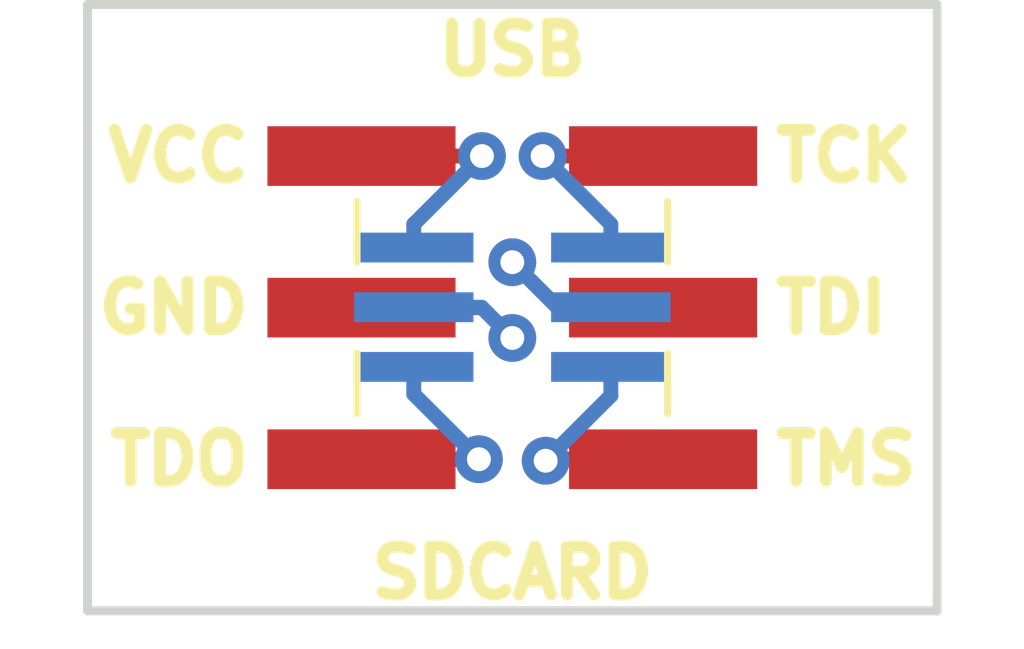
<source format=kicad_pcb>
(kicad_pcb (version 20171130) (host pcbnew 5.0.2-bee76a0~70~ubuntu18.04.1)

  (general
    (thickness 1.6)
    (drawings 12)
    (tracks 28)
    (zones 0)
    (modules 2)
    (nets 7)
  )

  (page A4)
  (layers
    (0 F.Cu signal)
    (31 B.Cu signal)
    (32 B.Adhes user)
    (33 F.Adhes user)
    (34 B.Paste user)
    (35 F.Paste user)
    (36 B.SilkS user)
    (37 F.SilkS user)
    (38 B.Mask user)
    (39 F.Mask user)
    (40 Dwgs.User user)
    (41 Cmts.User user)
    (42 Eco1.User user)
    (43 Eco2.User user)
    (44 Edge.Cuts user)
    (45 Margin user)
    (46 B.CrtYd user)
    (47 F.CrtYd user)
    (48 B.Fab user)
    (49 F.Fab user)
  )

  (setup
    (last_trace_width 0.25)
    (trace_clearance 0.2)
    (zone_clearance 0.508)
    (zone_45_only no)
    (trace_min 0.2)
    (segment_width 0.2)
    (edge_width 0.15)
    (via_size 0.8)
    (via_drill 0.4)
    (via_min_size 0.4)
    (via_min_drill 0.3)
    (uvia_size 0.3)
    (uvia_drill 0.1)
    (uvias_allowed no)
    (uvia_min_size 0.2)
    (uvia_min_drill 0.1)
    (pcb_text_width 0.3)
    (pcb_text_size 1.5 1.5)
    (mod_edge_width 0.15)
    (mod_text_size 1 1)
    (mod_text_width 0.15)
    (pad_size 1.524 1.524)
    (pad_drill 0.762)
    (pad_to_mask_clearance 0.051)
    (solder_mask_min_width 0.25)
    (aux_axis_origin 0 0)
    (visible_elements FFFFFF7F)
    (pcbplotparams
      (layerselection 0x010fc_ffffffff)
      (usegerberextensions false)
      (usegerberattributes false)
      (usegerberadvancedattributes false)
      (creategerberjobfile false)
      (excludeedgelayer true)
      (linewidth 0.100000)
      (plotframeref false)
      (viasonmask false)
      (mode 1)
      (useauxorigin false)
      (hpglpennumber 1)
      (hpglpenspeed 20)
      (hpglpendiameter 15.000000)
      (psnegative false)
      (psa4output false)
      (plotreference true)
      (plotvalue true)
      (plotinvisibletext false)
      (padsonsilk false)
      (subtractmaskfromsilk false)
      (outputformat 1)
      (mirror false)
      (drillshape 1)
      (scaleselection 1)
      (outputdirectory ""))
  )

  (net 0 "")
  (net 1 VCC)
  (net 2 TCK)
  (net 3 GND)
  (net 4 TDI)
  (net 5 TDO)
  (net 6 TMS)

  (net_class Default "This is the default net class."
    (clearance 0.2)
    (trace_width 0.25)
    (via_dia 0.8)
    (via_drill 0.4)
    (uvia_dia 0.3)
    (uvia_drill 0.1)
    (add_net GND)
    (add_net TCK)
    (add_net TDI)
    (add_net TDO)
    (add_net TMS)
    (add_net VCC)
  )

  (module Connector_PinHeader_1.00mm:PinHeader_2x03_P1.00mm_Vertical_SMD (layer B.Cu) (tedit 5C590E0F) (tstamp 5C652F12)
    (at 176.022 84.575001)
    (descr "surface-mounted straight pin header, 2x03, 1.00mm pitch, double rows")
    (tags "Surface mounted pin header SMD 2x03 1.00mm double row")
    (path /5C58FCAC)
    (attr smd)
    (fp_text reference J1 (at 0 2.56) (layer B.SilkS) hide
      (effects (font (size 1 1) (thickness 0.15)) (justify mirror))
    )
    (fp_text value Conn_02x03_Odd_Even (at 0 -2.56) (layer B.Fab)
      (effects (font (size 1 1) (thickness 0.15)) (justify mirror))
    )
    (fp_line (start 1.15 -1.5) (end -1.15 -1.5) (layer B.Fab) (width 0.1))
    (fp_line (start -0.8 1.5) (end 1.15 1.5) (layer B.Fab) (width 0.1))
    (fp_line (start -1.15 -1.5) (end -1.15 1.15) (layer B.Fab) (width 0.1))
    (fp_line (start -1.15 1.15) (end -0.8 1.5) (layer B.Fab) (width 0.1))
    (fp_line (start 1.15 1.5) (end 1.15 -1.5) (layer B.Fab) (width 0.1))
    (fp_line (start -1.15 1.15) (end -2.4 1.15) (layer B.Fab) (width 0.1))
    (fp_line (start -2.4 1.15) (end -2.4 0.85) (layer B.Fab) (width 0.1))
    (fp_line (start -2.4 0.85) (end -1.15 0.85) (layer B.Fab) (width 0.1))
    (fp_line (start 1.15 1.15) (end 2.4 1.15) (layer B.Fab) (width 0.1))
    (fp_line (start 2.4 1.15) (end 2.4 0.85) (layer B.Fab) (width 0.1))
    (fp_line (start 2.4 0.85) (end 1.15 0.85) (layer B.Fab) (width 0.1))
    (fp_line (start -1.15 0.15) (end -2.4 0.15) (layer B.Fab) (width 0.1))
    (fp_line (start -2.4 0.15) (end -2.4 -0.15) (layer B.Fab) (width 0.1))
    (fp_line (start -2.4 -0.15) (end -1.15 -0.15) (layer B.Fab) (width 0.1))
    (fp_line (start 1.15 0.15) (end 2.4 0.15) (layer B.Fab) (width 0.1))
    (fp_line (start 2.4 0.15) (end 2.4 -0.15) (layer B.Fab) (width 0.1))
    (fp_line (start 2.4 -0.15) (end 1.15 -0.15) (layer B.Fab) (width 0.1))
    (fp_line (start -1.15 -0.85) (end -2.4 -0.85) (layer B.Fab) (width 0.1))
    (fp_line (start -2.4 -0.85) (end -2.4 -1.15) (layer B.Fab) (width 0.1))
    (fp_line (start -2.4 -1.15) (end -1.15 -1.15) (layer B.Fab) (width 0.1))
    (fp_line (start 1.15 -0.85) (end 2.4 -0.85) (layer B.Fab) (width 0.1))
    (fp_line (start 2.4 -0.85) (end 2.4 -1.15) (layer B.Fab) (width 0.1))
    (fp_line (start 2.4 -1.15) (end 1.15 -1.15) (layer B.Fab) (width 0.1))
    (fp_line (start -3.65 2) (end -3.65 -2) (layer B.CrtYd) (width 0.05))
    (fp_line (start -3.65 -2) (end 3.65 -2) (layer B.CrtYd) (width 0.05))
    (fp_line (start 3.65 -2) (end 3.65 2) (layer B.CrtYd) (width 0.05))
    (fp_line (start 3.65 2) (end -3.65 2) (layer B.CrtYd) (width 0.05))
    (fp_text user %R (at 0 0 -90) (layer B.Fab)
      (effects (font (size 1 1) (thickness 0.15)) (justify mirror))
    )
    (pad 1 smd rect (at -1.65 1) (size 2 0.5) (layers B.Cu B.Paste B.Mask)
      (net 5 TDO))
    (pad 2 smd rect (at 1.65 1) (size 2 0.5) (layers B.Cu B.Paste B.Mask)
      (net 6 TMS))
    (pad 3 smd rect (at -1.65 0) (size 2 0.5) (layers B.Cu B.Paste B.Mask)
      (net 3 GND))
    (pad 4 smd rect (at 1.65 0) (size 2 0.5) (layers B.Cu B.Paste B.Mask)
      (net 4 TDI))
    (pad 5 smd rect (at -1.65 -1) (size 2 0.5) (layers B.Cu B.Paste B.Mask)
      (net 1 VCC))
    (pad 6 smd rect (at 1.65 -1) (size 2 0.5) (layers B.Cu B.Paste B.Mask)
      (net 2 TCK))
    (model ${KISYS3DMOD}/Connector_PinHeader_1.00mm.3dshapes/PinHeader_2x03_P1.00mm_Vertical_SMD.wrl
      (at (xyz 0 0 0))
      (scale (xyz 1 1 1))
      (rotate (xyz 0 0 0))
    )
  )

  (module Connector_PinHeader_2.54mm:PinHeader_2x03_P2.54mm_Vertical_SMD (layer F.Cu) (tedit 5C590DF1) (tstamp 5C65376C)
    (at 176.022 84.582)
    (descr "surface-mounted straight pin header, 2x03, 2.54mm pitch, double rows")
    (tags "Surface mounted pin header SMD 2x03 2.54mm double row")
    (path /5C590C60)
    (attr smd)
    (fp_text reference J2 (at 0 -4.87) (layer F.SilkS) hide
      (effects (font (size 1 1) (thickness 0.15)))
    )
    (fp_text value Conn_02x03_Odd_Even (at 0 4.87) (layer F.Fab)
      (effects (font (size 1 1) (thickness 0.15)))
    )
    (fp_line (start 2.54 3.81) (end -2.54 3.81) (layer F.Fab) (width 0.1))
    (fp_line (start -1.59 -3.81) (end 2.54 -3.81) (layer F.Fab) (width 0.1))
    (fp_line (start -2.54 3.81) (end -2.54 -2.86) (layer F.Fab) (width 0.1))
    (fp_line (start -2.54 -2.86) (end -1.59 -3.81) (layer F.Fab) (width 0.1))
    (fp_line (start 2.54 -3.81) (end 2.54 3.81) (layer F.Fab) (width 0.1))
    (fp_line (start -2.54 -2.86) (end -3.6 -2.86) (layer F.Fab) (width 0.1))
    (fp_line (start -3.6 -2.86) (end -3.6 -2.22) (layer F.Fab) (width 0.1))
    (fp_line (start -3.6 -2.22) (end -2.54 -2.22) (layer F.Fab) (width 0.1))
    (fp_line (start 2.54 -2.86) (end 3.6 -2.86) (layer F.Fab) (width 0.1))
    (fp_line (start 3.6 -2.86) (end 3.6 -2.22) (layer F.Fab) (width 0.1))
    (fp_line (start 3.6 -2.22) (end 2.54 -2.22) (layer F.Fab) (width 0.1))
    (fp_line (start -2.54 -0.32) (end -3.6 -0.32) (layer F.Fab) (width 0.1))
    (fp_line (start -3.6 -0.32) (end -3.6 0.32) (layer F.Fab) (width 0.1))
    (fp_line (start -3.6 0.32) (end -2.54 0.32) (layer F.Fab) (width 0.1))
    (fp_line (start 2.54 -0.32) (end 3.6 -0.32) (layer F.Fab) (width 0.1))
    (fp_line (start 3.6 -0.32) (end 3.6 0.32) (layer F.Fab) (width 0.1))
    (fp_line (start 3.6 0.32) (end 2.54 0.32) (layer F.Fab) (width 0.1))
    (fp_line (start -2.54 2.22) (end -3.6 2.22) (layer F.Fab) (width 0.1))
    (fp_line (start -3.6 2.22) (end -3.6 2.86) (layer F.Fab) (width 0.1))
    (fp_line (start -3.6 2.86) (end -2.54 2.86) (layer F.Fab) (width 0.1))
    (fp_line (start 2.54 2.22) (end 3.6 2.22) (layer F.Fab) (width 0.1))
    (fp_line (start 3.6 2.22) (end 3.6 2.86) (layer F.Fab) (width 0.1))
    (fp_line (start 3.6 2.86) (end 2.54 2.86) (layer F.Fab) (width 0.1))
    (fp_line (start -2.6 -1.78) (end -2.6 -0.76) (layer F.SilkS) (width 0.12))
    (fp_line (start 2.6 -1.78) (end 2.6 -0.76) (layer F.SilkS) (width 0.12))
    (fp_line (start -2.6 0.76) (end -2.6 1.78) (layer F.SilkS) (width 0.12))
    (fp_line (start 2.6 0.76) (end 2.6 1.78) (layer F.SilkS) (width 0.12))
    (fp_line (start -5.9 -4.35) (end -5.9 4.35) (layer F.CrtYd) (width 0.05))
    (fp_line (start -5.9 4.35) (end 5.9 4.35) (layer F.CrtYd) (width 0.05))
    (fp_line (start 5.9 4.35) (end 5.9 -4.35) (layer F.CrtYd) (width 0.05))
    (fp_line (start 5.9 -4.35) (end -5.9 -4.35) (layer F.CrtYd) (width 0.05))
    (fp_text user %R (at 0 0 90) (layer F.Fab)
      (effects (font (size 1 1) (thickness 0.15)))
    )
    (pad 1 smd rect (at -2.525 -2.54) (size 3.15 1) (layers F.Cu F.Paste F.Mask)
      (net 1 VCC))
    (pad 2 smd rect (at 2.525 -2.54) (size 3.15 1) (layers F.Cu F.Paste F.Mask)
      (net 2 TCK))
    (pad 3 smd rect (at -2.525 0) (size 3.15 1) (layers F.Cu F.Paste F.Mask)
      (net 3 GND))
    (pad 4 smd rect (at 2.525 0) (size 3.15 1) (layers F.Cu F.Paste F.Mask)
      (net 4 TDI))
    (pad 5 smd rect (at -2.525 2.54) (size 3.15 1) (layers F.Cu F.Paste F.Mask)
      (net 5 TDO))
    (pad 6 smd rect (at 2.525 2.54) (size 3.15 1) (layers F.Cu F.Paste F.Mask)
      (net 6 TMS))
    (model ${KISYS3DMOD}/Connector_PinHeader_2.54mm.3dshapes/PinHeader_2x03_P2.54mm_Vertical_SMD.wrl
      (at (xyz 0 0 0))
      (scale (xyz 1 1 1))
      (rotate (xyz 0 0 0))
    )
  )

  (gr_line (start 168.91 89.662) (end 168.91 79.502) (layer Edge.Cuts) (width 0.15))
  (gr_line (start 183.134 89.662) (end 168.91 89.662) (layer Edge.Cuts) (width 0.15))
  (gr_line (start 183.134 79.502) (end 183.134 89.662) (layer Edge.Cuts) (width 0.15))
  (gr_line (start 168.91 79.502) (end 183.134 79.502) (layer Edge.Cuts) (width 0.15))
  (gr_text SDCARD (at 176.022 89.027) (layer F.SilkS) (tstamp 5C653F5A)
    (effects (font (size 0.8 0.8) (thickness 0.2)))
  )
  (gr_text USB (at 176.022 80.264) (layer F.SilkS) (tstamp 5C653F57)
    (effects (font (size 0.8 0.8) (thickness 0.2)))
  )
  (gr_text VCC (at 171.704 82.042) (layer F.SilkS) (tstamp 5C653A5A)
    (effects (font (size 0.8 0.8) (thickness 0.2)) (justify right))
  )
  (gr_text GND (at 171.704 84.582) (layer F.SilkS) (tstamp 5C653A26)
    (effects (font (size 0.8 0.8) (thickness 0.2)) (justify right))
  )
  (gr_text TDO (at 171.704 87.122) (layer F.SilkS) (tstamp 5C653960)
    (effects (font (size 0.8 0.8) (thickness 0.2)) (justify right))
  )
  (gr_text TMS (at 180.34 87.122) (layer F.SilkS) (tstamp 5C65395B)
    (effects (font (size 0.8 0.8) (thickness 0.2)) (justify left))
  )
  (gr_text TDI (at 180.34 84.582) (layer F.SilkS) (tstamp 5C653958)
    (effects (font (size 0.8 0.8) (thickness 0.2)) (justify left))
  )
  (gr_text TCK (at 180.34 82.042) (layer F.SilkS)
    (effects (font (size 0.8 0.8) (thickness 0.2)) (justify left))
  )

  (segment (start 175.514 82.042) (end 173.497 82.042) (width 0.25) (layer F.Cu) (net 1))
  (via (at 175.514 82.042) (size 0.8) (drill 0.4) (layers F.Cu B.Cu) (net 1))
  (segment (start 174.372 83.184) (end 174.372 83.575001) (width 0.25) (layer B.Cu) (net 1))
  (segment (start 175.514 82.042) (end 174.372 83.184) (width 0.25) (layer B.Cu) (net 1))
  (via (at 176.53 82.042) (size 0.8) (drill 0.4) (layers F.Cu B.Cu) (net 2))
  (segment (start 178.547 82.042) (end 176.53 82.042) (width 0.25) (layer F.Cu) (net 2))
  (segment (start 177.672 83.184) (end 177.672 83.575001) (width 0.25) (layer B.Cu) (net 2))
  (segment (start 176.53 82.042) (end 177.672 83.184) (width 0.25) (layer B.Cu) (net 2))
  (via (at 176.022 85.09) (size 0.8) (drill 0.4) (layers F.Cu B.Cu) (net 3))
  (segment (start 174.372 84.575001) (end 175.507001 84.575001) (width 0.25) (layer B.Cu) (net 3))
  (segment (start 175.507001 84.575001) (end 176.022 85.09) (width 0.25) (layer B.Cu) (net 3))
  (segment (start 175.514 84.582) (end 173.497 84.582) (width 0.25) (layer F.Cu) (net 3))
  (segment (start 176.022 85.09) (end 175.514 84.582) (width 0.25) (layer F.Cu) (net 3))
  (segment (start 176.784 84.582) (end 178.547 84.582) (width 0.25) (layer F.Cu) (net 4))
  (segment (start 176.022 83.82) (end 176.784 84.582) (width 0.25) (layer F.Cu) (net 4))
  (segment (start 177.665001 84.582) (end 177.672 84.575001) (width 0.25) (layer B.Cu) (net 4))
  (segment (start 176.784 84.582) (end 177.665001 84.582) (width 0.25) (layer B.Cu) (net 4))
  (via (at 176.022 83.82) (size 0.8) (drill 0.4) (layers F.Cu B.Cu) (net 4))
  (segment (start 176.022 83.82) (end 176.784 84.582) (width 0.25) (layer B.Cu) (net 4))
  (via (at 175.4632 87.122) (size 0.8) (drill 0.4) (layers F.Cu B.Cu) (net 5))
  (segment (start 175.4632 87.122) (end 173.497 87.122) (width 0.25) (layer F.Cu) (net 5))
  (segment (start 174.372 86.0308) (end 174.372 85.575001) (width 0.25) (layer B.Cu) (net 5))
  (segment (start 175.4632 87.122) (end 174.372 86.0308) (width 0.25) (layer B.Cu) (net 5))
  (segment (start 178.547 87.122) (end 176.6062 87.122) (width 0.25) (layer F.Cu) (net 6))
  (via (at 176.5808 87.1474) (size 0.8) (drill 0.4) (layers F.Cu B.Cu) (net 6))
  (segment (start 176.6062 87.122) (end 176.5808 87.1474) (width 0.25) (layer F.Cu) (net 6))
  (segment (start 177.672 86.0562) (end 177.672 85.575001) (width 0.25) (layer B.Cu) (net 6))
  (segment (start 176.5808 87.1474) (end 177.672 86.0562) (width 0.25) (layer B.Cu) (net 6))

)

</source>
